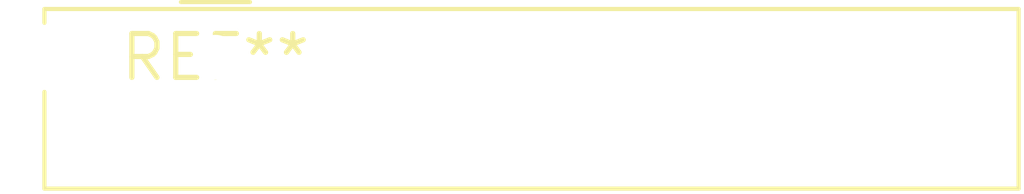
<source format=kicad_pcb>
(kicad_pcb (version 20240108) (generator pcbnew)
  (layers (0 "F.Cu" signal) (31 "B.Cu" signal) (34 "B.Paste" user) (35 "F.Paste" user) (36 "B.SilkS" user "B.Silkscreen") (37 "F.SilkS" user "F.Silkscreen") (38 "B.Mask" user) (39 "F.Mask" user) (44 "Edge.Cuts" user))
  (net 0 "")
  (footprint "Finder_34.81" (layer "F.Cu") (at 0 0)
    (property "Reference" "REF**")
    (property "Value" "Finder_34.81")
    (fp_line (start -4.95 -1.4) (end -4.95 -1) (layer "F.SilkS") (stroke (width 0.12)))
    (fp_line (start -4.95 -1.4) (end 23.25 -1.4) (layer "F.SilkS") (stroke (width 0.12)))
    (fp_line (start -4.95 3.8) (end -4.95 1) (layer "F.SilkS") (stroke (width 0.12)))
    (fp_line (start 1 -1.6) (end -1 -1.6) (layer "F.SilkS") (stroke (width 0.12)))
    (fp_line (start 23.25 -1.4) (end 23.25 3.8) (layer "F.SilkS") (stroke (width 0.12)))
    (fp_line (start 23.25 3.8) (end -4.95 3.8) (layer "F.SilkS") (stroke (width 0.12)))
    (pad "11" thru_hole circle (at 16.25 0) (size 2.4 2.4) (drill 1.3) (layers *.Cu *.Mask) (remove_unused_layers))
    (pad "14" thru_hole circle (at 21.25 0) (size 2.4 2.4) (drill 1.3) (layers *.Cu *.Mask) (remove_unused_layers))
    (pad "A1" thru_hole roundrect (at 0 0) (size 2.4 2.4) (drill 1.3) (layers *.Cu *.Mask) (remove_unused_layers) (roundrect_rratio 0.104))
    (pad "A2" thru_hole circle (at -3.75 0) (size 2.4 2.4) (drill 1.3) (layers *.Cu *.Mask) (remove_unused_layers))
  )
)
</source>
